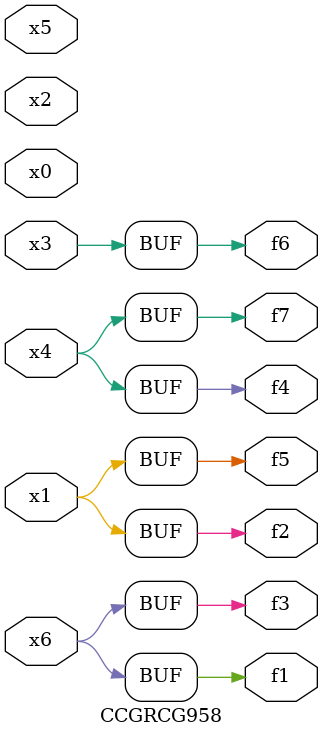
<source format=v>
module CCGRCG958(
	input x0, x1, x2, x3, x4, x5, x6,
	output f1, f2, f3, f4, f5, f6, f7
);
	assign f1 = x6;
	assign f2 = x1;
	assign f3 = x6;
	assign f4 = x4;
	assign f5 = x1;
	assign f6 = x3;
	assign f7 = x4;
endmodule

</source>
